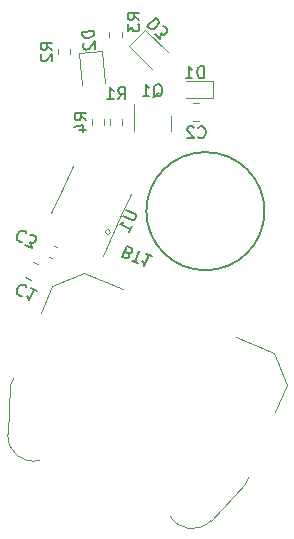
<source format=gbr>
%TF.GenerationSoftware,KiCad,Pcbnew,(6.0.4)*%
%TF.CreationDate,2022-09-08T21:09:09+03:00*%
%TF.ProjectId,purrCat2032,70757272-4361-4743-9230-33322e6b6963,rev?*%
%TF.SameCoordinates,Original*%
%TF.FileFunction,Legend,Bot*%
%TF.FilePolarity,Positive*%
%FSLAX46Y46*%
G04 Gerber Fmt 4.6, Leading zero omitted, Abs format (unit mm)*
G04 Created by KiCad (PCBNEW (6.0.4)) date 2022-09-08 21:09:09*
%MOMM*%
%LPD*%
G01*
G04 APERTURE LIST*
%ADD10C,0.150000*%
%ADD11C,0.120000*%
G04 APERTURE END LIST*
D10*
X42785660Y-40155525D02*
G75*
G03*
X42785660Y-40155525I-5001440J0D01*
G01*
%TO.C,Q1*%
X33369238Y-30519619D02*
X33464476Y-30472000D01*
X33559714Y-30376761D01*
X33702571Y-30233904D01*
X33797809Y-30186285D01*
X33893047Y-30186285D01*
X33845428Y-30424380D02*
X33940666Y-30376761D01*
X34035904Y-30281523D01*
X34083523Y-30091047D01*
X34083523Y-29757714D01*
X34035904Y-29567238D01*
X33940666Y-29472000D01*
X33845428Y-29424380D01*
X33654952Y-29424380D01*
X33559714Y-29472000D01*
X33464476Y-29567238D01*
X33416857Y-29757714D01*
X33416857Y-30091047D01*
X33464476Y-30281523D01*
X33559714Y-30376761D01*
X33654952Y-30424380D01*
X33845428Y-30424380D01*
X32464476Y-30424380D02*
X33035904Y-30424380D01*
X32750190Y-30424380D02*
X32750190Y-29424380D01*
X32845428Y-29567238D01*
X32940666Y-29662476D01*
X33035904Y-29710095D01*
%TO.C,C3*%
X22605883Y-42023882D02*
X22582850Y-41960600D01*
X22473503Y-41857068D01*
X22387188Y-41816819D01*
X22237590Y-41799602D01*
X22111026Y-41845668D01*
X22027619Y-41911858D01*
X21903963Y-42064364D01*
X21843589Y-42193836D01*
X21806248Y-42386591D01*
X21809156Y-42493031D01*
X21855221Y-42619595D01*
X21964569Y-42723126D01*
X22050884Y-42763376D01*
X22200482Y-42780592D01*
X22263764Y-42757560D01*
X22525617Y-42984747D02*
X23086665Y-43246368D01*
X22945560Y-42760235D01*
X23075032Y-42820609D01*
X23181472Y-42817701D01*
X23244754Y-42794668D01*
X23328161Y-42728478D01*
X23428784Y-42512690D01*
X23425876Y-42406251D01*
X23402843Y-42342968D01*
X23336653Y-42259562D01*
X23077708Y-42138814D01*
X22971268Y-42141722D01*
X22907986Y-42164755D01*
%TO.C,D3*%
X33579969Y-23796206D02*
X32872862Y-24503312D01*
X33041221Y-24671671D01*
X33175908Y-24739015D01*
X33310595Y-24739015D01*
X33411610Y-24705343D01*
X33579969Y-24604328D01*
X33680984Y-24503312D01*
X33782000Y-24334954D01*
X33815671Y-24233938D01*
X33815671Y-24099251D01*
X33748328Y-23964564D01*
X33579969Y-23796206D01*
X33512625Y-25143076D02*
X33950358Y-25580809D01*
X33984030Y-25075732D01*
X34085045Y-25176748D01*
X34186061Y-25210419D01*
X34253404Y-25210419D01*
X34354419Y-25176748D01*
X34522778Y-25008389D01*
X34556450Y-24907374D01*
X34556450Y-24840030D01*
X34522778Y-24739015D01*
X34320748Y-24536984D01*
X34219732Y-24503312D01*
X34152389Y-24503312D01*
%TO.C,C2*%
X37180886Y-33885142D02*
X37228505Y-33932761D01*
X37371362Y-33980380D01*
X37466600Y-33980380D01*
X37609458Y-33932761D01*
X37704696Y-33837523D01*
X37752315Y-33742285D01*
X37799934Y-33551809D01*
X37799934Y-33408952D01*
X37752315Y-33218476D01*
X37704696Y-33123238D01*
X37609458Y-33028000D01*
X37466600Y-32980380D01*
X37371362Y-32980380D01*
X37228505Y-33028000D01*
X37180886Y-33075619D01*
X36799934Y-33075619D02*
X36752315Y-33028000D01*
X36657077Y-32980380D01*
X36418981Y-32980380D01*
X36323743Y-33028000D01*
X36276124Y-33075619D01*
X36228505Y-33170857D01*
X36228505Y-33266095D01*
X36276124Y-33408952D01*
X36847553Y-33980380D01*
X36228505Y-33980380D01*
%TO.C,C1*%
X22605883Y-46595882D02*
X22582850Y-46532600D01*
X22473503Y-46429068D01*
X22387188Y-46388819D01*
X22237590Y-46371602D01*
X22111026Y-46417668D01*
X22027619Y-46483858D01*
X21903963Y-46636364D01*
X21843589Y-46765836D01*
X21806248Y-46958591D01*
X21809156Y-47065031D01*
X21855221Y-47191595D01*
X21964569Y-47295126D01*
X22050884Y-47335376D01*
X22200482Y-47352592D01*
X22263764Y-47329560D01*
X23509283Y-46912060D02*
X22991393Y-46670564D01*
X23250338Y-46791312D02*
X22827720Y-47697620D01*
X22801779Y-47527898D01*
X22755713Y-47401334D01*
X22689523Y-47317927D01*
%TO.C,R1*%
X30392666Y-30678380D02*
X30726000Y-30202190D01*
X30964095Y-30678380D02*
X30964095Y-29678380D01*
X30583142Y-29678380D01*
X30487904Y-29726000D01*
X30440285Y-29773619D01*
X30392666Y-29868857D01*
X30392666Y-30011714D01*
X30440285Y-30106952D01*
X30487904Y-30154571D01*
X30583142Y-30202190D01*
X30964095Y-30202190D01*
X29440285Y-30678380D02*
X30011714Y-30678380D01*
X29726000Y-30678380D02*
X29726000Y-29678380D01*
X29821238Y-29821238D01*
X29916476Y-29916476D01*
X30011714Y-29964095D01*
%TO.C,BT1*%
X31252836Y-43700747D02*
X31402943Y-43712732D01*
X31465383Y-43687505D01*
X31546429Y-43618444D01*
X31602248Y-43486943D01*
X31595627Y-43380670D01*
X31570399Y-43318230D01*
X31501339Y-43237184D01*
X31150670Y-43088334D01*
X30759939Y-44008839D01*
X31066774Y-44139082D01*
X31173047Y-44132461D01*
X31235487Y-44107234D01*
X31316533Y-44038173D01*
X31353746Y-43950506D01*
X31347125Y-43844233D01*
X31321897Y-43781793D01*
X31252836Y-43700747D01*
X30946001Y-43570503D01*
X31548943Y-44343751D02*
X32074946Y-44567026D01*
X32202676Y-43534884D02*
X31811944Y-44455389D01*
X33254681Y-43981434D02*
X32728678Y-43758159D01*
X32991680Y-43869796D02*
X32600949Y-44790301D01*
X32569100Y-44621588D01*
X32518646Y-44496708D01*
X32449585Y-44415662D01*
%TO.C,D1*%
X37642315Y-28892380D02*
X37642315Y-27892380D01*
X37404220Y-27892380D01*
X37261362Y-27940000D01*
X37166124Y-28035238D01*
X37118505Y-28130476D01*
X37070886Y-28320952D01*
X37070886Y-28463809D01*
X37118505Y-28654285D01*
X37166124Y-28749523D01*
X37261362Y-28844761D01*
X37404220Y-28892380D01*
X37642315Y-28892380D01*
X36118505Y-28892380D02*
X36689934Y-28892380D01*
X36404220Y-28892380D02*
X36404220Y-27892380D01*
X36499458Y-28035238D01*
X36594696Y-28130476D01*
X36689934Y-28178095D01*
%TO.C,R4*%
X27712531Y-32444173D02*
X27236341Y-32110840D01*
X27712531Y-31872744D02*
X26712531Y-31872744D01*
X26712531Y-32253697D01*
X26760151Y-32348935D01*
X26807770Y-32396554D01*
X26903008Y-32444173D01*
X27045865Y-32444173D01*
X27141103Y-32396554D01*
X27188722Y-32348935D01*
X27236341Y-32253697D01*
X27236341Y-31872744D01*
X27045865Y-33301316D02*
X27712531Y-33301316D01*
X26664912Y-33063220D02*
X27379198Y-32825125D01*
X27379198Y-33444173D01*
%TO.C,D2*%
X28326330Y-24879285D02*
X27330135Y-24966441D01*
X27350886Y-25203630D01*
X27410775Y-25341794D01*
X27513951Y-25428369D01*
X27612977Y-25467506D01*
X27806879Y-25498343D01*
X27949192Y-25485892D01*
X28134794Y-25421853D01*
X28225519Y-25366115D01*
X28312094Y-25262938D01*
X28347081Y-25116475D01*
X28326330Y-24879285D01*
X27508016Y-25906897D02*
X27464729Y-25958486D01*
X27425591Y-26057511D01*
X27446343Y-26294701D01*
X27502081Y-26385426D01*
X27553669Y-26428714D01*
X27652695Y-26467851D01*
X27747571Y-26459550D01*
X27885734Y-26399662D01*
X28405185Y-25780604D01*
X28459139Y-26397296D01*
%TO.C,R2*%
X24836380Y-26503333D02*
X24360190Y-26170000D01*
X24836380Y-25931904D02*
X23836380Y-25931904D01*
X23836380Y-26312857D01*
X23884000Y-26408095D01*
X23931619Y-26455714D01*
X24026857Y-26503333D01*
X24169714Y-26503333D01*
X24264952Y-26455714D01*
X24312571Y-26408095D01*
X24360190Y-26312857D01*
X24360190Y-25931904D01*
X23931619Y-26884285D02*
X23884000Y-26931904D01*
X23836380Y-27027142D01*
X23836380Y-27265238D01*
X23884000Y-27360476D01*
X23931619Y-27408095D01*
X24026857Y-27455714D01*
X24122095Y-27455714D01*
X24264952Y-27408095D01*
X24836380Y-26836666D01*
X24836380Y-27455714D01*
%TO.C,R3*%
X32202380Y-23963333D02*
X31726190Y-23630000D01*
X32202380Y-23391904D02*
X31202380Y-23391904D01*
X31202380Y-23772857D01*
X31250000Y-23868095D01*
X31297619Y-23915714D01*
X31392857Y-23963333D01*
X31535714Y-23963333D01*
X31630952Y-23915714D01*
X31678571Y-23868095D01*
X31726190Y-23772857D01*
X31726190Y-23391904D01*
X31202380Y-24296666D02*
X31202380Y-24915714D01*
X31583333Y-24582380D01*
X31583333Y-24725238D01*
X31630952Y-24820476D01*
X31678571Y-24868095D01*
X31773809Y-24915714D01*
X32011904Y-24915714D01*
X32107142Y-24868095D01*
X32154761Y-24820476D01*
X32202380Y-24725238D01*
X32202380Y-24439523D01*
X32154761Y-24344285D01*
X32107142Y-24296666D01*
%TO.C,U1*%
X31066664Y-40040164D02*
X31800342Y-40382284D01*
X31866532Y-40465691D01*
X31889565Y-40528973D01*
X31892473Y-40635413D01*
X31811974Y-40808043D01*
X31728567Y-40874233D01*
X31665285Y-40897266D01*
X31558846Y-40900174D01*
X30825168Y-40558055D01*
X31308857Y-41886981D02*
X31550353Y-41369091D01*
X31429605Y-41628036D02*
X30523298Y-41205417D01*
X30693020Y-41179476D01*
X30819584Y-41133411D01*
X30902991Y-41067220D01*
D11*
%TO.C,Q1*%
X34834000Y-32734086D02*
X34834000Y-33384086D01*
X31714000Y-32734086D02*
X31714000Y-33384086D01*
X34834000Y-32734086D02*
X34834000Y-32084086D01*
X31714000Y-32734086D02*
X31714000Y-31059086D01*
%TO.C,C3*%
X24826093Y-44145715D02*
X24571276Y-44026891D01*
X25257164Y-43221281D02*
X25002347Y-43102457D01*
%TO.C,D3*%
X32678765Y-24820986D02*
X34577346Y-26719567D01*
X33219701Y-28077212D02*
X31321120Y-26178631D01*
X31321120Y-26178631D02*
X32678765Y-24820986D01*
%TO.C,C2*%
X37275472Y-32485000D02*
X36752968Y-32485000D01*
X37275472Y-31015000D02*
X36752968Y-31015000D01*
%TO.C,C1*%
X23641619Y-44648360D02*
X23168070Y-44427540D01*
X23020370Y-45980632D02*
X22546821Y-45759812D01*
%TO.C,R1*%
X30753818Y-32377306D02*
X30753818Y-32851822D01*
X29708818Y-32377306D02*
X29708818Y-32851822D01*
%TO.C,BT1*%
X27543017Y-45388035D02*
X30764784Y-46755594D01*
X41109985Y-63281516D02*
X38241070Y-66354858D01*
X24815647Y-46489964D02*
X23854448Y-48754406D01*
X41356146Y-62701598D02*
X41109985Y-63281516D01*
X40338035Y-50819197D02*
X43559802Y-52186756D01*
X27543017Y-45388035D02*
X24815647Y-46489964D01*
X21263901Y-54857353D02*
X21046040Y-59056000D01*
X44661731Y-54914127D02*
X43700533Y-57178569D01*
X21510061Y-54277435D02*
X21263901Y-54857353D01*
X43559802Y-52186756D02*
X44661731Y-54914127D01*
X34784204Y-65959232D02*
G75*
G03*
X38241070Y-66354858I1873476J1069528D01*
G01*
X21056431Y-59069286D02*
G75*
G03*
X23741517Y-61253932I2143467J-107930D01*
G01*
%TO.C,D1*%
X38389220Y-29135000D02*
X38389220Y-30605000D01*
X38389220Y-30605000D02*
X36104220Y-30605000D01*
X36104220Y-29135000D02*
X38389220Y-29135000D01*
%TO.C,R4*%
X28167651Y-32373582D02*
X28167651Y-32848098D01*
X29212651Y-32373582D02*
X29212651Y-32848098D01*
%TO.C,D2*%
X27121016Y-26799167D02*
X29033709Y-26631828D01*
X27355029Y-29473950D02*
X27121016Y-26799167D01*
X29033709Y-26631828D02*
X29267723Y-29306611D01*
%TO.C,R2*%
X25281720Y-26871344D02*
X25281720Y-26396828D01*
X26326720Y-26871344D02*
X26326720Y-26396828D01*
%TO.C,R3*%
X29651720Y-25441344D02*
X29651720Y-24966828D01*
X30696720Y-25441344D02*
X30696720Y-24966828D01*
%TO.C,U1*%
X30592972Y-40659947D02*
X31522732Y-38666070D01*
X25635468Y-38348225D02*
X26565228Y-36354348D01*
X25635468Y-38348225D02*
X24705708Y-40342102D01*
X30592972Y-40659947D02*
X29071546Y-43922655D01*
X29722538Y-41926200D02*
G75*
G03*
X29722538Y-41926200I-199999J0D01*
G01*
%TD*%
M02*

</source>
